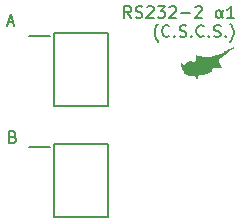
<source format=gbr>
%TF.GenerationSoftware,KiCad,Pcbnew,7.0.5*%
%TF.CreationDate,2023-06-06T20:58:09+03:00*%
%TF.ProjectId,RS232-2__1,52533233-322d-4325-9fb1-312e6b696361,rev?*%
%TF.SameCoordinates,Original*%
%TF.FileFunction,Legend,Top*%
%TF.FilePolarity,Positive*%
%FSLAX46Y46*%
G04 Gerber Fmt 4.6, Leading zero omitted, Abs format (unit mm)*
G04 Created by KiCad (PCBNEW 7.0.5) date 2023-06-06 20:58:09*
%MOMM*%
%LPD*%
G01*
G04 APERTURE LIST*
%ADD10C,0.150000*%
%ADD11C,0.200000*%
G04 APERTURE END LIST*
D10*
X105509160Y-80394104D02*
X105985350Y-80394104D01*
X105413922Y-80679819D02*
X105747255Y-79679819D01*
X105747255Y-79679819D02*
X106080588Y-80679819D01*
X105970112Y-90066009D02*
X106112969Y-90113628D01*
X106112969Y-90113628D02*
X106160588Y-90161247D01*
X106160588Y-90161247D02*
X106208207Y-90256485D01*
X106208207Y-90256485D02*
X106208207Y-90399342D01*
X106208207Y-90399342D02*
X106160588Y-90494580D01*
X106160588Y-90494580D02*
X106112969Y-90542200D01*
X106112969Y-90542200D02*
X106017731Y-90589819D01*
X106017731Y-90589819D02*
X105636779Y-90589819D01*
X105636779Y-90589819D02*
X105636779Y-89589819D01*
X105636779Y-89589819D02*
X105970112Y-89589819D01*
X105970112Y-89589819D02*
X106065350Y-89637438D01*
X106065350Y-89637438D02*
X106112969Y-89685057D01*
X106112969Y-89685057D02*
X106160588Y-89780295D01*
X106160588Y-89780295D02*
X106160588Y-89875533D01*
X106160588Y-89875533D02*
X106112969Y-89970771D01*
X106112969Y-89970771D02*
X106065350Y-90018390D01*
X106065350Y-90018390D02*
X105970112Y-90066009D01*
X105970112Y-90066009D02*
X105636779Y-90066009D01*
X115956553Y-80019819D02*
X115623220Y-79543628D01*
X115385125Y-80019819D02*
X115385125Y-79019819D01*
X115385125Y-79019819D02*
X115766077Y-79019819D01*
X115766077Y-79019819D02*
X115861315Y-79067438D01*
X115861315Y-79067438D02*
X115908934Y-79115057D01*
X115908934Y-79115057D02*
X115956553Y-79210295D01*
X115956553Y-79210295D02*
X115956553Y-79353152D01*
X115956553Y-79353152D02*
X115908934Y-79448390D01*
X115908934Y-79448390D02*
X115861315Y-79496009D01*
X115861315Y-79496009D02*
X115766077Y-79543628D01*
X115766077Y-79543628D02*
X115385125Y-79543628D01*
X116337506Y-79972200D02*
X116480363Y-80019819D01*
X116480363Y-80019819D02*
X116718458Y-80019819D01*
X116718458Y-80019819D02*
X116813696Y-79972200D01*
X116813696Y-79972200D02*
X116861315Y-79924580D01*
X116861315Y-79924580D02*
X116908934Y-79829342D01*
X116908934Y-79829342D02*
X116908934Y-79734104D01*
X116908934Y-79734104D02*
X116861315Y-79638866D01*
X116861315Y-79638866D02*
X116813696Y-79591247D01*
X116813696Y-79591247D02*
X116718458Y-79543628D01*
X116718458Y-79543628D02*
X116527982Y-79496009D01*
X116527982Y-79496009D02*
X116432744Y-79448390D01*
X116432744Y-79448390D02*
X116385125Y-79400771D01*
X116385125Y-79400771D02*
X116337506Y-79305533D01*
X116337506Y-79305533D02*
X116337506Y-79210295D01*
X116337506Y-79210295D02*
X116385125Y-79115057D01*
X116385125Y-79115057D02*
X116432744Y-79067438D01*
X116432744Y-79067438D02*
X116527982Y-79019819D01*
X116527982Y-79019819D02*
X116766077Y-79019819D01*
X116766077Y-79019819D02*
X116908934Y-79067438D01*
X117289887Y-79115057D02*
X117337506Y-79067438D01*
X117337506Y-79067438D02*
X117432744Y-79019819D01*
X117432744Y-79019819D02*
X117670839Y-79019819D01*
X117670839Y-79019819D02*
X117766077Y-79067438D01*
X117766077Y-79067438D02*
X117813696Y-79115057D01*
X117813696Y-79115057D02*
X117861315Y-79210295D01*
X117861315Y-79210295D02*
X117861315Y-79305533D01*
X117861315Y-79305533D02*
X117813696Y-79448390D01*
X117813696Y-79448390D02*
X117242268Y-80019819D01*
X117242268Y-80019819D02*
X117861315Y-80019819D01*
X118194649Y-79019819D02*
X118813696Y-79019819D01*
X118813696Y-79019819D02*
X118480363Y-79400771D01*
X118480363Y-79400771D02*
X118623220Y-79400771D01*
X118623220Y-79400771D02*
X118718458Y-79448390D01*
X118718458Y-79448390D02*
X118766077Y-79496009D01*
X118766077Y-79496009D02*
X118813696Y-79591247D01*
X118813696Y-79591247D02*
X118813696Y-79829342D01*
X118813696Y-79829342D02*
X118766077Y-79924580D01*
X118766077Y-79924580D02*
X118718458Y-79972200D01*
X118718458Y-79972200D02*
X118623220Y-80019819D01*
X118623220Y-80019819D02*
X118337506Y-80019819D01*
X118337506Y-80019819D02*
X118242268Y-79972200D01*
X118242268Y-79972200D02*
X118194649Y-79924580D01*
X119194649Y-79115057D02*
X119242268Y-79067438D01*
X119242268Y-79067438D02*
X119337506Y-79019819D01*
X119337506Y-79019819D02*
X119575601Y-79019819D01*
X119575601Y-79019819D02*
X119670839Y-79067438D01*
X119670839Y-79067438D02*
X119718458Y-79115057D01*
X119718458Y-79115057D02*
X119766077Y-79210295D01*
X119766077Y-79210295D02*
X119766077Y-79305533D01*
X119766077Y-79305533D02*
X119718458Y-79448390D01*
X119718458Y-79448390D02*
X119147030Y-80019819D01*
X119147030Y-80019819D02*
X119766077Y-80019819D01*
X120194649Y-79638866D02*
X120956554Y-79638866D01*
X121385125Y-79115057D02*
X121432744Y-79067438D01*
X121432744Y-79067438D02*
X121527982Y-79019819D01*
X121527982Y-79019819D02*
X121766077Y-79019819D01*
X121766077Y-79019819D02*
X121861315Y-79067438D01*
X121861315Y-79067438D02*
X121908934Y-79115057D01*
X121908934Y-79115057D02*
X121956553Y-79210295D01*
X121956553Y-79210295D02*
X121956553Y-79305533D01*
X121956553Y-79305533D02*
X121908934Y-79448390D01*
X121908934Y-79448390D02*
X121337506Y-80019819D01*
X121337506Y-80019819D02*
X121956553Y-80019819D01*
X123718458Y-79353152D02*
X123575601Y-79829342D01*
X123575601Y-79829342D02*
X123527982Y-79924580D01*
X123527982Y-79924580D02*
X123480363Y-79972200D01*
X123480363Y-79972200D02*
X123385125Y-80019819D01*
X123385125Y-80019819D02*
X123289887Y-80019819D01*
X123289887Y-80019819D02*
X123194649Y-79972200D01*
X123194649Y-79972200D02*
X123147030Y-79924580D01*
X123147030Y-79924580D02*
X123099411Y-79781723D01*
X123099411Y-79781723D02*
X123099411Y-79591247D01*
X123099411Y-79591247D02*
X123147030Y-79448390D01*
X123147030Y-79448390D02*
X123194649Y-79400771D01*
X123194649Y-79400771D02*
X123289887Y-79353152D01*
X123289887Y-79353152D02*
X123385125Y-79353152D01*
X123385125Y-79353152D02*
X123480363Y-79400771D01*
X123480363Y-79400771D02*
X123527982Y-79448390D01*
X123527982Y-79448390D02*
X123575601Y-79543628D01*
X123575601Y-79543628D02*
X123623220Y-79876961D01*
X123623220Y-79876961D02*
X123670839Y-79972200D01*
X123670839Y-79972200D02*
X123766077Y-80019819D01*
X124670839Y-80019819D02*
X124099411Y-80019819D01*
X124385125Y-80019819D02*
X124385125Y-79019819D01*
X124385125Y-79019819D02*
X124289887Y-79162676D01*
X124289887Y-79162676D02*
X124194649Y-79257914D01*
X124194649Y-79257914D02*
X124099411Y-79305533D01*
X118242269Y-82010771D02*
X118194650Y-81963152D01*
X118194650Y-81963152D02*
X118099412Y-81820295D01*
X118099412Y-81820295D02*
X118051793Y-81725057D01*
X118051793Y-81725057D02*
X118004174Y-81582200D01*
X118004174Y-81582200D02*
X117956555Y-81344104D01*
X117956555Y-81344104D02*
X117956555Y-81153628D01*
X117956555Y-81153628D02*
X118004174Y-80915533D01*
X118004174Y-80915533D02*
X118051793Y-80772676D01*
X118051793Y-80772676D02*
X118099412Y-80677438D01*
X118099412Y-80677438D02*
X118194650Y-80534580D01*
X118194650Y-80534580D02*
X118242269Y-80486961D01*
X119194650Y-81534580D02*
X119147031Y-81582200D01*
X119147031Y-81582200D02*
X119004174Y-81629819D01*
X119004174Y-81629819D02*
X118908936Y-81629819D01*
X118908936Y-81629819D02*
X118766079Y-81582200D01*
X118766079Y-81582200D02*
X118670841Y-81486961D01*
X118670841Y-81486961D02*
X118623222Y-81391723D01*
X118623222Y-81391723D02*
X118575603Y-81201247D01*
X118575603Y-81201247D02*
X118575603Y-81058390D01*
X118575603Y-81058390D02*
X118623222Y-80867914D01*
X118623222Y-80867914D02*
X118670841Y-80772676D01*
X118670841Y-80772676D02*
X118766079Y-80677438D01*
X118766079Y-80677438D02*
X118908936Y-80629819D01*
X118908936Y-80629819D02*
X119004174Y-80629819D01*
X119004174Y-80629819D02*
X119147031Y-80677438D01*
X119147031Y-80677438D02*
X119194650Y-80725057D01*
X119623222Y-81534580D02*
X119670841Y-81582200D01*
X119670841Y-81582200D02*
X119623222Y-81629819D01*
X119623222Y-81629819D02*
X119575603Y-81582200D01*
X119575603Y-81582200D02*
X119623222Y-81534580D01*
X119623222Y-81534580D02*
X119623222Y-81629819D01*
X120051793Y-81582200D02*
X120194650Y-81629819D01*
X120194650Y-81629819D02*
X120432745Y-81629819D01*
X120432745Y-81629819D02*
X120527983Y-81582200D01*
X120527983Y-81582200D02*
X120575602Y-81534580D01*
X120575602Y-81534580D02*
X120623221Y-81439342D01*
X120623221Y-81439342D02*
X120623221Y-81344104D01*
X120623221Y-81344104D02*
X120575602Y-81248866D01*
X120575602Y-81248866D02*
X120527983Y-81201247D01*
X120527983Y-81201247D02*
X120432745Y-81153628D01*
X120432745Y-81153628D02*
X120242269Y-81106009D01*
X120242269Y-81106009D02*
X120147031Y-81058390D01*
X120147031Y-81058390D02*
X120099412Y-81010771D01*
X120099412Y-81010771D02*
X120051793Y-80915533D01*
X120051793Y-80915533D02*
X120051793Y-80820295D01*
X120051793Y-80820295D02*
X120099412Y-80725057D01*
X120099412Y-80725057D02*
X120147031Y-80677438D01*
X120147031Y-80677438D02*
X120242269Y-80629819D01*
X120242269Y-80629819D02*
X120480364Y-80629819D01*
X120480364Y-80629819D02*
X120623221Y-80677438D01*
X121051793Y-81534580D02*
X121099412Y-81582200D01*
X121099412Y-81582200D02*
X121051793Y-81629819D01*
X121051793Y-81629819D02*
X121004174Y-81582200D01*
X121004174Y-81582200D02*
X121051793Y-81534580D01*
X121051793Y-81534580D02*
X121051793Y-81629819D01*
X122099411Y-81534580D02*
X122051792Y-81582200D01*
X122051792Y-81582200D02*
X121908935Y-81629819D01*
X121908935Y-81629819D02*
X121813697Y-81629819D01*
X121813697Y-81629819D02*
X121670840Y-81582200D01*
X121670840Y-81582200D02*
X121575602Y-81486961D01*
X121575602Y-81486961D02*
X121527983Y-81391723D01*
X121527983Y-81391723D02*
X121480364Y-81201247D01*
X121480364Y-81201247D02*
X121480364Y-81058390D01*
X121480364Y-81058390D02*
X121527983Y-80867914D01*
X121527983Y-80867914D02*
X121575602Y-80772676D01*
X121575602Y-80772676D02*
X121670840Y-80677438D01*
X121670840Y-80677438D02*
X121813697Y-80629819D01*
X121813697Y-80629819D02*
X121908935Y-80629819D01*
X121908935Y-80629819D02*
X122051792Y-80677438D01*
X122051792Y-80677438D02*
X122099411Y-80725057D01*
X122527983Y-81534580D02*
X122575602Y-81582200D01*
X122575602Y-81582200D02*
X122527983Y-81629819D01*
X122527983Y-81629819D02*
X122480364Y-81582200D01*
X122480364Y-81582200D02*
X122527983Y-81534580D01*
X122527983Y-81534580D02*
X122527983Y-81629819D01*
X122956554Y-81582200D02*
X123099411Y-81629819D01*
X123099411Y-81629819D02*
X123337506Y-81629819D01*
X123337506Y-81629819D02*
X123432744Y-81582200D01*
X123432744Y-81582200D02*
X123480363Y-81534580D01*
X123480363Y-81534580D02*
X123527982Y-81439342D01*
X123527982Y-81439342D02*
X123527982Y-81344104D01*
X123527982Y-81344104D02*
X123480363Y-81248866D01*
X123480363Y-81248866D02*
X123432744Y-81201247D01*
X123432744Y-81201247D02*
X123337506Y-81153628D01*
X123337506Y-81153628D02*
X123147030Y-81106009D01*
X123147030Y-81106009D02*
X123051792Y-81058390D01*
X123051792Y-81058390D02*
X123004173Y-81010771D01*
X123004173Y-81010771D02*
X122956554Y-80915533D01*
X122956554Y-80915533D02*
X122956554Y-80820295D01*
X122956554Y-80820295D02*
X123004173Y-80725057D01*
X123004173Y-80725057D02*
X123051792Y-80677438D01*
X123051792Y-80677438D02*
X123147030Y-80629819D01*
X123147030Y-80629819D02*
X123385125Y-80629819D01*
X123385125Y-80629819D02*
X123527982Y-80677438D01*
X123956554Y-81534580D02*
X124004173Y-81582200D01*
X124004173Y-81582200D02*
X123956554Y-81629819D01*
X123956554Y-81629819D02*
X123908935Y-81582200D01*
X123908935Y-81582200D02*
X123956554Y-81534580D01*
X123956554Y-81534580D02*
X123956554Y-81629819D01*
X124337506Y-82010771D02*
X124385125Y-81963152D01*
X124385125Y-81963152D02*
X124480363Y-81820295D01*
X124480363Y-81820295D02*
X124527982Y-81725057D01*
X124527982Y-81725057D02*
X124575601Y-81582200D01*
X124575601Y-81582200D02*
X124623220Y-81344104D01*
X124623220Y-81344104D02*
X124623220Y-81153628D01*
X124623220Y-81153628D02*
X124575601Y-80915533D01*
X124575601Y-80915533D02*
X124527982Y-80772676D01*
X124527982Y-80772676D02*
X124480363Y-80677438D01*
X124480363Y-80677438D02*
X124385125Y-80534580D01*
X124385125Y-80534580D02*
X124337506Y-80486961D01*
%TO.C,G\u002A\u002A\u002A*%
G36*
X124663641Y-82526680D02*
G01*
X124632544Y-82583234D01*
X124569721Y-82646132D01*
X124510315Y-82686068D01*
X124410051Y-82749567D01*
X124283567Y-82839932D01*
X124177705Y-82922091D01*
X124063981Y-83009368D01*
X123961585Y-83079316D01*
X123896116Y-83115170D01*
X123820948Y-83169685D01*
X123757872Y-83254687D01*
X123672157Y-83353527D01*
X123554019Y-83422095D01*
X123425218Y-83489319D01*
X123364882Y-83567602D01*
X123367337Y-83669830D01*
X123403772Y-83763357D01*
X123474765Y-83887018D01*
X123565058Y-84014652D01*
X123590581Y-84045823D01*
X123665563Y-84149894D01*
X123680812Y-84215282D01*
X123636847Y-84239454D01*
X123553630Y-84225796D01*
X123414534Y-84220656D01*
X123350821Y-84244541D01*
X123270069Y-84274157D01*
X123193820Y-84261247D01*
X123145214Y-84239127D01*
X123059204Y-84205206D01*
X122988437Y-84212157D01*
X122923377Y-84241946D01*
X122846168Y-84299088D01*
X122831758Y-84352042D01*
X122826694Y-84416055D01*
X122789055Y-84498343D01*
X122736628Y-84568380D01*
X122689734Y-84595767D01*
X122638481Y-84611359D01*
X122545167Y-84651533D01*
X122466475Y-84689470D01*
X122352210Y-84743766D01*
X122258181Y-84783042D01*
X122220068Y-84795140D01*
X122133168Y-84820488D01*
X122094710Y-84835422D01*
X122008039Y-84850641D01*
X121933786Y-84845498D01*
X121840452Y-84848234D01*
X121738334Y-84879161D01*
X121655057Y-84926627D01*
X121618285Y-84978556D01*
X121618080Y-85052698D01*
X121620616Y-85087081D01*
X121601944Y-85138469D01*
X121535812Y-85151971D01*
X121460932Y-85131309D01*
X121412020Y-85057550D01*
X121403950Y-85035912D01*
X121363492Y-84919854D01*
X121140398Y-84945094D01*
X120974675Y-84954208D01*
X120857512Y-84935827D01*
X120815696Y-84918462D01*
X120712940Y-84867002D01*
X120593218Y-84808331D01*
X120575815Y-84799919D01*
X120465229Y-84723148D01*
X120400547Y-84629754D01*
X120393251Y-84544338D01*
X120377249Y-84496002D01*
X120330168Y-84433097D01*
X120283002Y-84352208D01*
X120238971Y-84228656D01*
X120204580Y-84089356D01*
X120186335Y-83961223D01*
X120190740Y-83871169D01*
X120192833Y-83864883D01*
X120215876Y-83830854D01*
X120254552Y-83845584D01*
X120300292Y-83885687D01*
X120385520Y-83943091D01*
X120463494Y-83965402D01*
X120537996Y-83936323D01*
X120620812Y-83865054D01*
X120686711Y-83775544D01*
X120703513Y-83737562D01*
X120744760Y-83707928D01*
X120833456Y-83678811D01*
X120877669Y-83669359D01*
X121003105Y-83657316D01*
X121102172Y-83681060D01*
X121159613Y-83711084D01*
X121280308Y-83782296D01*
X121381260Y-83662322D01*
X121444014Y-83575020D01*
X121468855Y-83491096D01*
X121466013Y-83374043D01*
X121465019Y-83363422D01*
X121460767Y-83234434D01*
X121482217Y-83171237D01*
X121533517Y-83168660D01*
X121593660Y-83203108D01*
X121688092Y-83243104D01*
X121803787Y-83260827D01*
X121809397Y-83260876D01*
X121921671Y-83267918D01*
X122067155Y-83286004D01*
X122162679Y-83301852D01*
X122321039Y-83317238D01*
X122500653Y-83313064D01*
X122679134Y-83292207D01*
X122834096Y-83257543D01*
X122943152Y-83211946D01*
X122960365Y-83199393D01*
X123036300Y-83165338D01*
X123141857Y-83149739D01*
X123150508Y-83149635D01*
X123280445Y-83133211D01*
X123430249Y-83089857D01*
X123580250Y-83028454D01*
X123710779Y-82957884D01*
X123802167Y-82887026D01*
X123832396Y-82841764D01*
X123872102Y-82793629D01*
X123905155Y-82793071D01*
X123963355Y-82790756D01*
X123978154Y-82777213D01*
X124030341Y-82745633D01*
X124059853Y-82741752D01*
X124132471Y-82718195D01*
X124189027Y-82678954D01*
X124294025Y-82611872D01*
X124462508Y-82540156D01*
X124601988Y-82492990D01*
X124655846Y-82491566D01*
X124663641Y-82526680D01*
G37*
D11*
%TO.C,IC2*%
X107350000Y-90960000D02*
X109055000Y-90960000D01*
X109405000Y-90710000D02*
X113995000Y-90710000D01*
X109405000Y-96910000D02*
X109405000Y-90710000D01*
X113995000Y-90710000D02*
X113995000Y-96910000D01*
X113995000Y-96910000D02*
X109405000Y-96910000D01*
%TO.C,IC1*%
X107350000Y-81510000D02*
X109055000Y-81510000D01*
X109405000Y-81260000D02*
X113995000Y-81260000D01*
X109405000Y-87460000D02*
X109405000Y-81260000D01*
X113995000Y-81260000D02*
X113995000Y-87460000D01*
X113995000Y-87460000D02*
X109405000Y-87460000D01*
%TD*%
M02*

</source>
